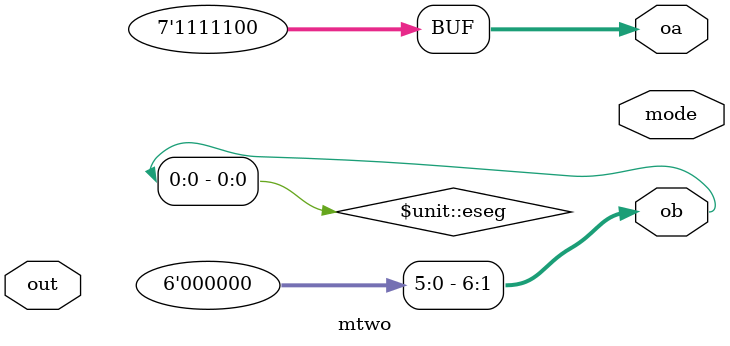
<source format=sv>


typedef enum {start, done} mode_t;
localparam eseg = 7'b1111100;

module mone( 
        input mode_t mode,
        output logic [7:0] out);

endmodule : mone

module mtwo( 
        input logic [7:0]   out,
        output mode_t mode,
        output [6:0] oa, ob);
   localparam eseg = 7'b0011111;

   assign oa= eseg;        // local
   assign ob= $unit::eseg; // CUS
endmodule
</source>
